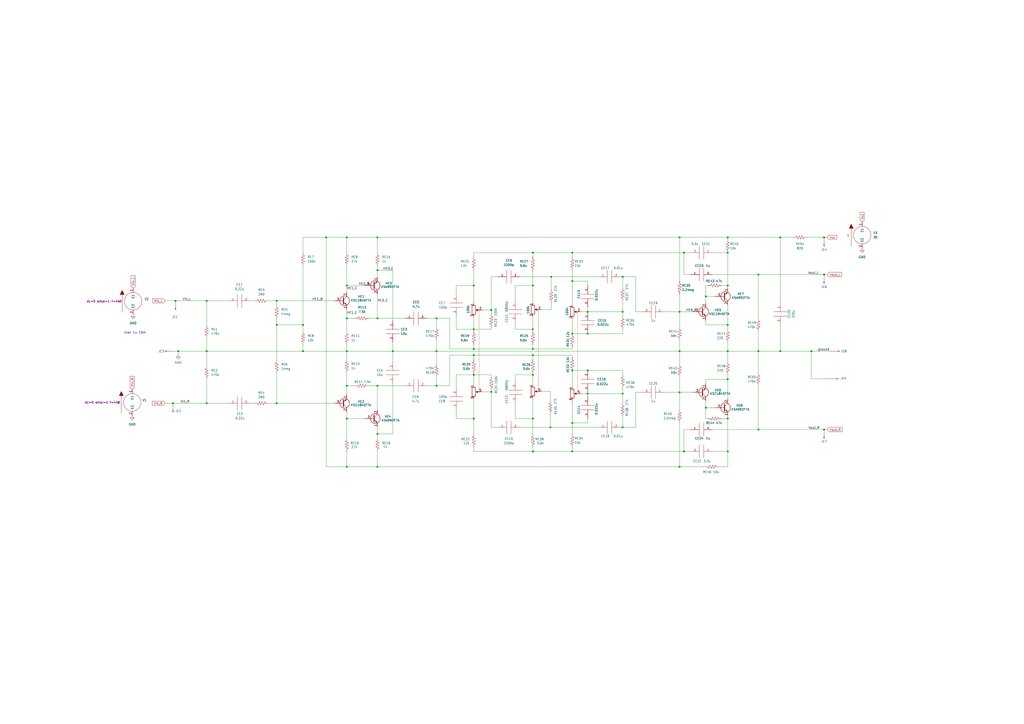
<source format=kicad_sch>
(kicad_sch (version 20211123) (generator eeschema)
  (paper "A2")
  (junction (at 478.028 249.174))
  (junction (at 201.168 184.658))
  (junction (at 422.148 203.708))
  (junction (at 309.118 261.874))
  (junction (at 218.948 270.764))
  (junction (at 274.828 205.994))
  (junction (at 340.868 228.346))
  (junction (at 340.868 180.848))
  (junction (at 201.168 203.708))
  (junction (at 422.148 165.608))
  (junction (at 218.948 156.718))
  (junction (at 160.528 188.468))
  (junction (at 478.028 137.668))
  (junction (at 394.208 137.668))
  (junction (at 189.23 137.668))
  (junction (at 309.118 205.994))
  (junction (at 340.868 193.548))
  (junction (at 331.978 214.884))
  (junction (at 319.278 247.904))
  (junction (at 331.978 163.068))
  (junction (at 452.628 203.708))
  (junction (at 227.838 203.708))
  (junction (at 201.168 137.668))
  (junction (at 340.868 214.884))
  (junction (at 361.188 160.528))
  (junction (at 119.888 203.708))
  (junction (at 218.948 251.714))
  (junction (at 409.448 236.474))
  (junction (at 394.208 227.584))
  (junction (at 274.828 202.438))
  (junction (at 274.828 217.424))
  (junction (at 309.118 242.824))
  (junction (at 284.988 179.832))
  (junction (at 422.148 261.874))
  (junction (at 218.948 184.658))
  (junction (at 309.118 165.608))
  (junction (at 361.188 180.848))
  (junction (at 319.786 160.528))
  (junction (at 422.148 242.824))
  (junction (at 119.888 233.934))
  (junction (at 331.978 245.364))
  (junction (at 331.978 193.548))
  (junction (at 409.448 171.958))
  (junction (at 394.208 203.708))
  (junction (at 394.208 180.848))
  (junction (at 101.854 174.498))
  (junction (at 331.978 261.874))
  (junction (at 218.948 137.668))
  (junction (at 309.118 191.008))
  (junction (at 175.768 188.468))
  (junction (at 274.828 191.008))
  (junction (at 284.988 227.33))
  (junction (at 201.168 242.824))
  (junction (at 119.888 174.498))
  (junction (at 422.148 137.668))
  (junction (at 361.188 228.346))
  (junction (at 396.748 261.874))
  (junction (at 394.208 270.764))
  (junction (at 274.828 242.824))
  (junction (at 422.148 146.558))
  (junction (at 309.118 202.438))
  (junction (at 478.028 159.258))
  (junction (at 253.238 223.774))
  (junction (at 422.148 219.964))
  (junction (at 103.378 203.708))
  (junction (at 253.238 184.658))
  (junction (at 175.768 203.708))
  (junction (at 100.33 233.934))
  (junction (at 361.188 247.904))
  (junction (at 439.928 249.174))
  (junction (at 309.118 217.424))
  (junction (at 331.978 146.558))
  (junction (at 201.168 270.764))
  (junction (at 274.828 165.608))
  (junction (at 439.928 203.708))
  (junction (at 201.168 165.608))
  (junction (at 160.528 174.498))
  (junction (at 160.528 233.934))
  (junction (at 309.118 146.558))
  (junction (at 201.168 223.774))
  (junction (at 439.928 159.258))
  (junction (at 218.948 223.774))
  (junction (at 422.148 188.468))
  (junction (at 452.628 137.668))
  (junction (at 470.662 203.708))
  (junction (at 253.238 203.708))
  (junction (at 396.748 146.558))
  (wire (pts (xy 218.948 156.718) (xy 218.948 160.528)))
  (wire (pts (xy 331.978 146.558) (xy 396.748 146.558)))
  (wire (pts (xy 274.828 146.558) (xy 274.828 149.098)))
  (wire (pts (xy 274.828 217.424) (xy 264.668 217.424)))
  (wire (pts (xy 274.828 216.154) (xy 274.828 217.424)))
  (wire (pts (xy 340.868 214.884) (xy 361.188 214.884)))
  (wire (pts (xy 319.786 175.514) (xy 319.786 179.578)))
  (wire (pts (xy 331.978 261.874) (xy 396.748 261.874)))
  (wire (pts (xy 422.148 219.964) (xy 422.148 217.424)))
  (wire (pts (xy 147.828 233.934) (xy 145.288 233.934)))
  (wire (pts (xy 331.978 163.068) (xy 340.868 163.068)))
  (wire (pts (xy 201.168 165.608) (xy 211.328 165.608)))
  (wire (pts (xy 189.23 270.764) (xy 201.168 270.764)))
  (wire (pts (xy 439.928 159.258) (xy 478.028 159.258)))
  (wire (pts (xy 218.948 137.668) (xy 394.208 137.668)))
  (wire (pts (xy 331.978 251.714) (xy 331.978 245.364)))
  (wire (pts (xy 227.838 198.628) (xy 227.838 203.708)))
  (wire (pts (xy 439.928 159.258) (xy 439.928 184.658)))
  (wire (pts (xy 227.838 156.718) (xy 218.948 156.718)))
  (wire (pts (xy 201.168 223.774) (xy 206.248 223.774)))
  (wire (pts (xy 359.918 247.904) (xy 361.188 247.904)))
  (wire (pts (xy 309.118 146.558) (xy 309.118 149.098)))
  (wire (pts (xy 309.118 261.874) (xy 309.118 259.334)))
  (wire (pts (xy 247.65 223.774) (xy 253.238 223.774)))
  (wire (pts (xy 410.718 242.824) (xy 409.448 242.824)))
  (wire (pts (xy 119.888 233.934) (xy 132.588 233.934)))
  (wire (pts (xy 452.628 203.708) (xy 470.662 203.708)))
  (wire (pts (xy 422.148 209.804) (xy 422.148 203.708)))
  (wire (pts (xy 319.278 232.41) (xy 319.278 227.076)))
  (wire (pts (xy 394.208 170.688) (xy 394.208 180.848)))
  (wire (pts (xy 394.208 227.584) (xy 401.828 227.584)))
  (wire (pts (xy 227.838 251.714) (xy 218.948 251.714)))
  (wire (pts (xy 284.988 218.694) (xy 284.988 217.424)))
  (wire (pts (xy 422.148 165.608) (xy 422.148 166.878)))
  (wire (pts (xy 103.378 203.708) (xy 119.888 203.708)))
  (wire (pts (xy 218.948 251.714) (xy 218.948 247.904)))
  (wire (pts (xy 361.188 191.008) (xy 361.188 193.548)))
  (wire (pts (xy 101.854 174.498) (xy 119.888 174.498)))
  (wire (pts (xy 394.208 227.584) (xy 394.208 218.694)))
  (wire (pts (xy 253.238 197.358) (xy 253.238 203.708)))
  (wire (pts (xy 100.838 203.708) (xy 103.378 203.708)))
  (wire (pts (xy 452.628 137.668) (xy 460.248 137.668)))
  (wire (pts (xy 274.828 242.824) (xy 274.828 231.14)))
  (wire (pts (xy 361.188 228.346) (xy 361.188 233.934)))
  (wire (pts (xy 394.208 180.848) (xy 401.828 180.848)))
  (wire (pts (xy 361.188 160.528) (xy 368.808 160.528)))
  (wire (pts (xy 361.188 180.848) (xy 361.188 183.388)))
  (wire (pts (xy 274.828 191.008) (xy 284.988 191.008)))
  (wire (pts (xy 309.118 191.008) (xy 309.118 183.388)))
  (wire (pts (xy 284.988 189.738) (xy 284.988 191.008)))
  (wire (pts (xy 309.118 251.714) (xy 309.118 242.824)))
  (wire (pts (xy 309.118 199.898) (xy 309.118 202.438)))
  (wire (pts (xy 359.918 160.528) (xy 361.188 160.528)))
  (wire (pts (xy 298.958 165.608) (xy 309.118 165.608)))
  (wire (pts (xy 361.188 225.044) (xy 361.188 228.346)))
  (wire (pts (xy 319.786 179.578) (xy 314.198 179.578)))
  (wire (pts (xy 175.768 199.898) (xy 175.768 203.708)))
  (wire (pts (xy 274.828 205.994) (xy 309.118 205.994)))
  (wire (pts (xy 414.528 171.958) (xy 409.448 171.958)))
  (wire (pts (xy 218.948 223.774) (xy 234.95 223.774)))
  (wire (pts (xy 340.868 178.308) (xy 340.868 180.848)))
  (wire (pts (xy 274.828 251.714) (xy 274.828 242.824)))
  (wire (pts (xy 422.148 261.874) (xy 422.148 242.824)))
  (wire (pts (xy 253.238 203.708) (xy 394.208 203.708)))
  (wire (pts (xy 201.168 228.854) (xy 201.168 223.774)))
  (wire (pts (xy 422.148 137.668) (xy 422.148 138.938)))
  (wire (pts (xy 218.948 184.658) (xy 234.95 184.658)))
  (wire (pts (xy 160.528 184.658) (xy 160.528 188.468)))
  (wire (pts (xy 422.148 198.628) (xy 422.148 203.708)))
  (wire (pts (xy 279.908 227.33) (xy 284.988 227.33)))
  (wire (pts (xy 264.668 183.388) (xy 264.668 191.008)))
  (wire (pts (xy 160.528 216.408) (xy 160.528 233.934)))
  (wire (pts (xy 418.338 165.608) (xy 422.148 165.608)))
  (wire (pts (xy 119.888 233.934) (xy 119.888 219.964)))
  (wire (pts (xy 274.828 192.278) (xy 274.828 191.008)))
  (wire (pts (xy 284.988 160.528) (xy 288.798 160.528)))
  (wire (pts (xy 218.948 137.668) (xy 218.948 146.558)))
  (wire (pts (xy 372.618 227.584) (xy 368.808 227.584)))
  (wire (pts (xy 160.528 174.498) (xy 193.548 174.498)))
  (wire (pts (xy 175.768 137.668) (xy 175.768 146.558)))
  (wire (pts (xy 331.978 156.718) (xy 331.978 163.068)))
  (wire (pts (xy 253.238 184.658) (xy 260.858 184.658)))
  (wire (pts (xy 479.806 249.174) (xy 478.028 249.174)))
  (wire (pts (xy 319.786 160.528) (xy 319.786 167.894)))
  (wire (pts (xy 201.168 137.668) (xy 201.168 146.558)))
  (wire (pts (xy 361.188 241.554) (xy 361.188 247.904)))
  (wire (pts (xy 298.958 233.934) (xy 298.958 242.824)))
  (wire (pts (xy 260.858 184.658) (xy 260.858 202.438)))
  (wire (pts (xy 119.888 203.708) (xy 119.888 212.344)))
  (wire (pts (xy 422.148 203.708) (xy 439.928 203.708)))
  (wire (pts (xy 227.838 185.928) (xy 227.838 156.718)))
  (wire (pts (xy 274.828 146.558) (xy 309.118 146.558)))
  (wire (pts (xy 396.748 261.874) (xy 400.558 261.874)))
  (wire (pts (xy 409.448 188.468) (xy 422.148 188.468)))
  (wire (pts (xy 264.668 165.608) (xy 274.828 165.608)))
  (wire (pts (xy 470.662 219.71) (xy 470.662 203.708)))
  (wire (pts (xy 119.888 174.498) (xy 132.588 174.498)))
  (wire (pts (xy 264.668 237.744) (xy 264.668 242.824)))
  (wire (pts (xy 394.208 270.764) (xy 409.194 270.764)))
  (wire (pts (xy 274.828 202.438) (xy 309.118 202.438)))
  (wire (pts (xy 119.888 196.088) (xy 119.888 203.708)))
  (wire (pts (xy 201.168 270.764) (xy 218.948 270.764)))
  (wire (pts (xy 284.988 226.314) (xy 284.988 227.33)))
  (wire (pts (xy 218.948 237.744) (xy 218.948 223.774)))
  (wire (pts (xy 201.168 154.178) (xy 201.168 165.608)))
  (wire (pts (xy 201.168 203.708) (xy 227.838 203.708)))
  (wire (pts (xy 201.168 242.824) (xy 201.168 239.014)))
  (wire (pts (xy 309.118 175.768) (xy 309.118 165.608)))
  (wire (pts (xy 264.668 225.044) (xy 264.668 217.424)))
  (wire (pts (xy 274.828 261.874) (xy 309.118 261.874)))
  (wire (pts (xy 478.028 137.668) (xy 479.806 137.668)))
  (wire (pts (xy 119.888 203.708) (xy 175.768 203.708)))
  (wire (pts (xy 260.858 223.774) (xy 260.858 205.994)))
  (wire (pts (xy 309.118 205.994) (xy 331.978 205.994)))
  (wire (pts (xy 396.748 146.558) (xy 396.748 159.258)))
  (wire (pts (xy 422.148 242.824) (xy 422.148 241.554)))
  (wire (pts (xy 260.858 205.994) (xy 274.828 205.994)))
  (wire (pts (xy 319.278 227.076) (xy 314.198 227.076)))
  (wire (pts (xy 413.258 159.258) (xy 439.928 159.258)))
  (wire (pts (xy 201.168 137.668) (xy 218.948 137.668)))
  (wire (pts (xy 409.448 171.958) (xy 409.448 175.768)))
  (wire (pts (xy 422.148 231.394) (xy 422.148 219.964)))
  (wire (pts (xy 189.23 137.668) (xy 189.23 270.764)))
  (wire (pts (xy 422.148 137.668) (xy 452.628 137.668)))
  (wire (pts (xy 340.868 228.346) (xy 340.868 227.584)))
  (wire (pts (xy 422.148 261.874) (xy 422.148 270.764)))
  (wire (pts (xy 274.828 176.022) (xy 274.828 165.608)))
  (wire (pts (xy 439.928 249.174) (xy 478.028 249.174)))
  (wire (pts (xy 274.828 205.994) (xy 274.828 208.534)))
  (wire (pts (xy 368.808 180.848) (xy 368.808 160.528)))
  (wire (pts (xy 331.978 201.168) (xy 331.978 202.438)))
  (wire (pts (xy 396.748 146.558) (xy 400.558 146.558)))
  (wire (pts (xy 418.338 242.824) (xy 422.148 242.824)))
  (wire (pts (xy 309.118 202.438) (xy 331.978 202.438)))
  (wire (pts (xy 409.448 222.504) (xy 409.448 219.964)))
  (wire (pts (xy 201.168 199.898) (xy 201.168 203.708)))
  (wire (pts (xy 260.858 202.438) (xy 274.828 202.438)))
  (wire (pts (xy 189.23 137.668) (xy 201.168 137.668)))
  (wire (pts (xy 175.768 137.668) (xy 189.23 137.668)))
  (wire (pts (xy 409.448 242.824) (xy 409.448 236.474)))
  (wire (pts (xy 413.258 146.558) (xy 422.148 146.558)))
  (wire (pts (xy 253.238 211.074) (xy 253.238 203.708)))
  (wire (pts (xy 309.118 156.718) (xy 309.118 165.608)))
  (wire (pts (xy 372.618 180.848) (xy 368.808 180.848)))
  (wire (pts (xy 309.118 242.824) (xy 309.118 230.886)))
  (wire (pts (xy 396.748 249.174) (xy 400.558 249.174)))
  (wire (pts (xy 201.168 165.608) (xy 201.168 169.418)))
  (wire (pts (xy 409.448 165.608) (xy 409.448 171.958)))
  (wire (pts (xy 309.118 216.154) (xy 309.118 217.424)))
  (wire (pts (xy 422.148 146.558) (xy 422.148 165.608)))
  (wire (pts (xy 274.828 191.008) (xy 274.828 183.642)))
  (wire (pts (xy 309.118 261.874) (xy 331.978 261.874)))
  (wire (pts (xy 253.238 184.658) (xy 253.238 189.738)))
  (wire (pts (xy 452.628 137.668) (xy 452.628 175.768)))
  (wire (pts (xy 218.948 270.764) (xy 394.208 270.764)))
  (wire (pts (xy 331.978 214.884) (xy 340.868 214.884)))
  (wire (pts (xy 279.908 179.832) (xy 284.988 179.832)))
  (wire (pts (xy 409.448 185.928) (xy 409.448 188.468)))
  (wire (pts (xy 160.528 177.038) (xy 160.528 174.498)))
  (wire (pts (xy 361.188 217.424) (xy 361.188 214.884)))
  (wire (pts (xy 409.448 236.474) (xy 409.448 232.664)))
  (wire (pts (xy 213.868 184.658) (xy 218.948 184.658)))
  (wire (pts (xy 274.828 199.898) (xy 274.828 202.438)))
  (wire (pts (xy 309.118 217.424) (xy 298.958 217.424)))
  (wire (pts (xy 155.448 174.498) (xy 160.528 174.498)))
  (wire (pts (xy 439.928 203.708) (xy 452.628 203.708)))
  (wire (pts (xy 410.718 165.608) (xy 409.448 165.608)))
  (wire (pts (xy 331.978 245.364) (xy 340.868 245.364)))
  (wire (pts (xy 331.978 177.038) (xy 331.978 163.068)))
  (wire (pts (xy 301.498 247.904) (xy 319.278 247.904)))
  (wire (pts (xy 301.498 160.528) (xy 319.786 160.528)))
  (wire (pts (xy 160.528 188.468) (xy 160.528 208.788)))
  (wire (pts (xy 385.318 227.584) (xy 394.208 227.584)))
  (wire (pts (xy 470.662 203.708) (xy 481.838 203.708)))
  (wire (pts (xy 439.928 203.708) (xy 439.928 216.154)))
  (wire (pts (xy 309.118 205.994) (xy 309.118 208.534)))
  (wire (pts (xy 201.168 179.578) (xy 201.168 184.658)))
  (wire (pts (xy 396.748 261.874) (xy 396.748 249.174)))
  (wire (pts (xy 422.148 177.038) (xy 422.148 188.468)))
  (wire (pts (xy 274.828 261.874) (xy 274.828 259.334)))
  (wire (pts (xy 227.838 203.708) (xy 227.838 209.804)))
  (wire (pts (xy 201.168 208.534) (xy 201.168 203.708)))
  (wire (pts (xy 467.868 137.668) (xy 478.028 137.668)))
  (wire (pts (xy 253.238 223.774) (xy 260.858 223.774)))
  (wire (pts (xy 201.168 223.774) (xy 201.168 216.154)))
  (wire (pts (xy 274.828 191.008) (xy 264.668 191.008)))
  (wire (pts (xy 394.208 237.744) (xy 394.208 227.584)))
  (wire (pts (xy 218.948 270.764) (xy 218.948 261.874)))
  (wire (pts (xy 218.948 170.688) (xy 218.948 184.658)))
  (wire (pts (xy 452.628 188.468) (xy 452.628 203.708)))
  (wire (pts (xy 340.868 245.364) (xy 340.868 242.824)))
  (wire (pts (xy 147.828 174.498) (xy 145.288 174.498)))
  (wire (pts (xy 100.33 233.934) (xy 119.888 233.934)))
  (wire (pts (xy 175.768 192.278) (xy 175.768 188.468)))
  (wire (pts (xy 218.948 254.254) (xy 218.948 251.714)))
  (wire (pts (xy 201.168 184.658) (xy 201.168 192.278)))
  (wire (pts (xy 309.118 146.558) (xy 331.978 146.558)))
  (wire (pts (xy 95.758 174.498) (xy 101.854 174.498)))
  (wire (pts (xy 247.65 184.658) (xy 253.238 184.658)))
  (wire (pts (xy 264.668 170.688) (xy 264.668 165.608)))
  (wire (pts (xy 309.118 217.424) (xy 309.118 223.266)))
  (wire (pts (xy 309.118 192.278) (xy 309.118 191.008)))
  (wire (pts (xy 422.148 188.468) (xy 422.148 191.008)))
  (wire (pts (xy 361.188 247.904) (xy 368.808 247.904)))
  (wire (pts (xy 284.988 247.904) (xy 288.798 247.904)))
  (wire (pts (xy 394.208 270.764) (xy 394.208 245.364)))
  (wire (pts (xy 331.978 224.536) (xy 331.978 214.884)))
  (wire (pts (xy 274.828 156.718) (xy 274.828 165.608)))
  (wire (pts (xy 340.868 230.124) (xy 340.868 228.346)))
  (wire (pts (xy 479.806 159.258) (xy 478.028 159.258)))
  (wire (pts (xy 340.868 180.848) (xy 361.188 180.848)))
  (wire (pts (xy 298.958 187.198) (xy 298.958 191.008)))
  (wire (pts (xy 319.278 247.904) (xy 347.218 247.904)))
  (wire (pts (xy 394.208 180.848) (xy 394.208 189.738)))
  (wire (pts (xy 274.828 217.424) (xy 284.988 217.424)))
  (wire (pts (xy 95.758 233.934) (xy 100.33 233.934)))
  (wire (pts (xy 201.168 242.824) (xy 211.328 242.824)))
  (wire (pts (xy 298.958 174.498) (xy 298.958 165.608)))
  (wire (pts (xy 413.258 261.874) (xy 422.148 261.874)))
  (wire (pts (xy 298.958 221.234) (xy 298.958 217.424)))
  (wire (pts (xy 319.278 240.03) (xy 319.278 247.904)))
  (wire (pts (xy 119.888 174.498) (xy 119.888 188.468)))
  (wire (pts (xy 331.978 146.558) (xy 331.978 149.098)))
  (wire (pts (xy 213.868 223.774) (xy 218.948 223.774)))
  (wire (pts (xy 394.208 203.708) (xy 422.148 203.708)))
  (wire (pts (xy 264.668 242.824) (xy 274.828 242.824)))
  (wire (pts (xy 409.448 219.964) (xy 422.148 219.964)))
  (wire (pts (xy 340.868 193.548) (xy 361.188 193.548)))
  (wire (pts (xy 413.258 249.174) (xy 439.928 249.174)))
  (wire (pts (xy 481.076 219.71) (xy 470.662 219.71)))
  (wire (pts (xy 396.748 159.258) (xy 400.558 159.258)))
  (wire (pts (xy 201.168 254.254) (xy 201.168 242.824)))
  (wire (pts (xy 439.928 249.174) (xy 439.928 223.774)))
  (wire (pts (xy 331.978 193.548) (xy 340.868 193.548)))
  (wire (pts (xy 227.838 222.504) (xy 227.838 251.714)))
  (wire (pts (xy 298.958 242.824) (xy 309.118 242.824)))
  (wire (pts (xy 394.208 197.358) (xy 394.208 203.708)))
  (wire (pts (xy 160.528 233.934) (xy 193.548 233.934)))
  (wire (pts (xy 155.448 233.934) (xy 160.528 233.934)))
  (wire (pts (xy 284.988 160.528) (xy 284.988 179.832)))
  (wire (pts (xy 160.528 188.468) (xy 175.768 188.468)))
  (wire (pts (xy 201.168 261.874) (xy 201.168 270.764)))
  (wire (pts (xy 319.786 160.528) (xy 347.218 160.528)))
  (wire (pts (xy 103.378 205.74) (xy 103.378 203.708)))
  (wire (pts (xy 414.528 236.474) (xy 409.448 236.474)))
  (wire (pts (xy 361.188 174.498) (xy 361.188 180.848)))
  (wire (pts (xy 253.238 223.774) (xy 253.238 218.694)))
  (wire (pts (xy 340.868 163.068) (xy 340.868 165.608)))
  (wire (pts (xy 416.814 270.764) (xy 422.148 270.764)))
  (wire (pts (xy 394.208 137.668) (xy 422.148 137.668)))
  (wire (pts (xy 331.978 205.994) (xy 331.978 207.264)))
  (wire (pts (xy 227.838 203.708) (xy 253.238 203.708)))
  (wire (pts (xy 394.208 203.708) (xy 394.208 211.074)))
  (wire (pts (xy 394.208 137.668) (xy 394.208 163.068)))
  (wire (pts (xy 368.808 227.584) (xy 368.808 247.904)))
  (wire (pts (xy 439.928 192.278) (xy 439.928 203.708)))
  (wire (pts (xy 331.978 261.874) (xy 331.978 259.334)))
  (wire (pts (xy 175.768 203.708) (xy 201.168 203.708)))
  (wire (pts (xy 309.118 191.008) (xy 298.958 191.008)))
  (wire (pts (xy 385.318 180.848) (xy 394.208 180.848)))
  (wire (pts (xy 337.058 228.346) (xy 340.868 228.346)))
  (wire (pts (xy 331.978 232.156) (xy 331.978 245.364)))
  (wire (pts (xy 331.978 184.658) (xy 331.978 193.548)))
  (wire (pts (xy 340.868 228.346) (xy 361.188 228.346)))
  (wire (pts (xy 337.058 180.848) (xy 340.868 180.848)))
  (wire (pts (xy 201.168 184.658) (xy 206.248 184.658)))
  (wire (pts (xy 284.988 179.832) (xy 284.988 182.118)))
  (wire (pts (xy 274.828 223.52) (xy 274.828 217.424)))
  (wire (pts (xy 218.948 154.178) (xy 218.948 156.718)))
  (wire (pts (xy 284.988 227.33) (xy 284.988 247.904)))
  (wire (pts (xy 361.188 166.878) (xy 361.188 160.528)))
  (wire (pts (xy 175.768 154.178) (xy 175.768 188.468)))
  (text ".tran 1u 15m" (at 71.628 193.802 0) (effects (font (size 1.27 1.27)) (justify left bottom)))
  (label "HE1_C" (at 201.168 168.148 0))
  (label "HE1_B" (at 181.102 174.498 0))
  (label "HE3_C" (at 218.948 175.26 0))
  (label "HE5_B" (at 398.018 180.848 0))
  (label "HE1_E" (at 201.168 182.372 0))
  (label "HE3_E" (at 222.25 156.718 0))
  (label "Vin_R" (at 104.648 233.934 0))
  (label "Vout_L" (at 468.63 159.258 0))
  (label "Vout_R" (at 468.884 249.174 0))
  (label "HE3_B" (at 208.026 165.608 0))
  (label "ground" (at 474.472 203.708 0))
  (label "Vin_L" (at 105.918 174.498 0))
  (global_label "Vin_L" (shape input) (at 95.758 174.498 180) (property "Intersheet References" "${INTERSHEET_REFS}" (effects hide)))
  (global_label "Vcc" (shape input) (at 479.806 137.668 0) (property "Intersheet References" "${INTERSHEET_REFS}" (effects hide)))
  (global_label "Vcc" (shape input) (at 500.126 128.778 90) (property "Intersheet References" "${INTERSHEET_REFS}" (effects hide)))
  (global_label "Vout_L" (shape input) (at 479.806 159.258 0) (property "Intersheet References" "${INTERSHEET_REFS}" (effects hide)))
  (global_label "Vin_R" (shape input) (at 76.708 225.806 90) (property "Intersheet References" "${INTERSHEET_REFS}" (effects hide)))
  (global_label "Vin_L" (shape input) (at 77.216 167.132 90) (property "Intersheet References" "${INTERSHEET_REFS}" (effects hide)))
  (global_label "Vout_R" (shape input) (at 479.806 249.174 0) (property "Intersheet References" "${INTERSHEET_REFS}" (effects hide)))
  (global_label "Vin_R" (shape input) (at 95.758 233.934 180) (property "Intersheet References" "${INTERSHEET_REFS}" (effects hide)))
  (symbol (lib_id "Device:R_US") (at 175.768 150.368 180) (unit 1)
    (property "Reference" "RE7" (at 178.308 149.0979 0) (effects (justify right)))
    (property "Value" "100k" (at 178.308 151.6379 0) (effects (justify right)))
    (property "Footprint" "Resistor_THT:R_Axial_DIN0309_L9.0mm_D3.2mm_P12.70mm_Horizontal" (effects hide))
  )
  (symbol (lib_id "pspice:VSOURCE") (at 500.126 136.398 0) (unit 1)
    (property "Reference" "V3" (at 506.476 135.1279 0) (effects (justify left)))
    (property "Value" "35" (at 506.476 137.6679 0) (effects (justify left)))
  )
  (symbol (lib_id "Device:R_US") (at 414.528 165.608 90) (unit 1)
    (property "Reference" "RE43" (at 411.988 163.068 90))
    (property "Value" "47k" (at 417.068 163.068 90))
    (property "Footprint" "Resistor_THT:R_Axial_DIN0309_L9.0mm_D3.2mm_P12.70mm_Horizontal" (effects hide))
  )
  (symbol (lib_id "power:GND") (at 76.708 241.046 0) (unit 1)
    (property "Reference" "#PWR01" (effects hide))
    (property "Value" "GND" (at 76.708 246.126 0))
  )
  (symbol (lib_id "Device:R_US") (at 119.888 192.278 180) (unit 1)
    (property "Reference" "RE1" (at 122.428 191.0079 0) (effects (justify right)))
    (property "Value" "470k" (at 122.428 193.5479 0) (effects (justify right)))
    (property "Footprint" "Resistor_THT:R_Axial_DIN0309_L9.0mm_D3.2mm_P12.70mm_Horizontal" (effects hide))
  )
  (symbol (lib_id "Device:R_US") (at 284.988 185.928 180) (unit 1)
    (property "Reference" "RE23" (at 287.528 189.738 90) (effects (justify right)))
    (property "Value" "150k" (at 287.528 183.388 90) (effects (justify right)))
    (property "Footprint" "Resistor_THT:R_Axial_DIN0309_L9.0mm_D3.2mm_P12.70mm_Horizontal" (effects hide))
  )
  (symbol (lib_id "pspice:CAP") (at 264.668 177.038 0) (unit 1)
    (property "Reference" "CE7" (at 254.508 175.768 0) (effects (justify left)))
    (property "Value" "100p" (at 254.508 178.308 0) (effects (justify left)))
    (property "Footprint" "Capacitor_THT:C_Disc_D7.0mm_W2.5mm_P5.00mm" (effects hide))
  )
  (symbol (lib_id "Device:R_US") (at 175.768 196.088 180) (unit 1)
    (property "Reference" "RE8" (at 178.308 194.8179 0) (effects (justify right)))
    (property "Value" "10k" (at 178.308 197.3579 0) (effects (justify right)))
    (property "Footprint" "Resistor_THT:R_Axial_DIN0309_L9.0mm_D3.2mm_P12.70mm_Horizontal" (effects hide))
  )
  (symbol (lib_id "Device:R_US") (at 151.638 233.934 90) (mirror x) (unit 1)
    (property "Reference" "RE4" (at 151.638 227.838 90))
    (property "Value" "390" (at 151.638 230.378 90))
    (property "Footprint" "Resistor_THT:R_Axial_DIN0309_L9.0mm_D3.2mm_P12.70mm_Horizontal" (effects hide))
  )
  (symbol (lib_id "power:GND") (at 103.378 205.74 0) (unit 1)
    (property "Reference" "#PWR?" (effects hide))
    (property "Value" "GND" (at 103.378 210.312 0))
  )
  (symbol (lib_id "power:GND") (at 500.126 144.018 0) (unit 1)
    (property "Reference" "#PWR03" (effects hide))
    (property "Value" "GND" (at 500.126 149.098 0))
  )
  (symbol (lib_id "Device:R_US") (at 394.208 241.554 180) (unit 1)
    (property "Reference" "RE40" (at 384.81 240.03 0) (effects (justify right)))
    (property "Value" "2.2meg" (at 384.81 242.57 0) (effects (justify right)))
    (property "Footprint" "Resistor_THT:R_Axial_DIN0309_L9.0mm_D3.2mm_P12.70mm_Horizontal" (effects hide))
  )
  (symbol (lib_id "Transistor_BJT:2SA1015") (at 216.408 165.608 0) (mirror x) (unit 1)
    (property "Reference" "HE3" (at 223.52 164.338 0) (effects (justify left)))
    (property "Value" "KSA992FTA" (at 220.98 166.3701 0) (effects (justify left)))
    (property "Footprint" "Package_TO_SOT_THT:TO-92_Inline" (effects hide))
    (property "Datasheet" "http://www.datasheetcatalog.org/datasheet/toshiba/905.pdf" (effects hide))
    (property "Spice_Primitive" "Q" (effects hide))
    (property "Spice_Model" "KSA992" (effects hide))
    (property "Spice_Netlist_Enabled" "Y" (effects hide))
    (property "Spice_Lib_File" "PE01.lib" (effects hide))
    (property "Spice_Node_Sequence" "2 3 1" (effects hide))
  )
  (symbol (lib_id "pspice:CAP") (at 340.868 236.474 0) (mirror x) (unit 1)
    (property "Reference" "CE14" (at 335.788 235.204 90) (effects (justify left)))
    (property "Value" "0.022u" (at 345.948 233.934 90) (effects (justify left)))
    (property "Footprint" "Capacitor_THT:C_Rect_L10.0mm_W4.0mm_P7.50mm_FKS3_FKP3" (effects hide))
  )
  (symbol (lib_id "Device:R_US") (at 151.638 174.498 90) (unit 1)
    (property "Reference" "RE3" (at 151.638 168.148 90))
    (property "Value" "390" (at 151.638 170.688 90))
    (property "Footprint" "Resistor_THT:R_Axial_DIN0309_L9.0mm_D3.2mm_P12.70mm_Horizontal" (effects hide))
  )
  (symbol (lib_id "Device:R_US") (at 361.188 170.688 180) (unit 1)
    (property "Reference" "RE37" (at 363.728 174.498 90) (effects (justify right)))
    (property "Value" "27k" (at 363.728 168.148 90) (effects (justify right)))
    (property "Footprint" "Resistor_THT:R_Axial_DIN0309_L9.0mm_D3.2mm_P12.70mm_Horizontal" (effects hide))
  )
  (symbol (lib_id "Device:R_US") (at 394.208 214.884 180) (unit 1)
    (property "Reference" "RE42" (at 387.858 213.614 0) (effects (justify right)))
    (property "Value" "68k" (at 389.128 216.154 0) (effects (justify right)))
    (property "Footprint" "Resistor_THT:R_Axial_DIN0309_L9.0mm_D3.2mm_P12.70mm_Horizontal" (effects hide))
  )
  (symbol (lib_name "Conn_01x01_Male_5") (lib_id "Connector:Conn_01x01_Male") (at 95.758 203.708 0) (unit 1)
    (property "Reference" "JE3" (at 93.472 203.708 0))
    (property "Value" "Conn_01x01_Male" (effects hide))
    (property "Footprint" "Connector_Pin:Pin_D1.0mm_L10.0mm" (effects hide))
    (property "Spice_Primitive" "J" (effects hide))
    (property "Spice_Model" "Conn_01x01_Male" (effects hide))
    (property "Spice_Netlist_Enabled" "N" (effects hide))
  )
  (symbol (lib_id "Device:R_US") (at 201.168 258.064 0) (mirror y) (unit 1)
    (property "Reference" "RE10" (at 203.2 257.048 0) (effects (justify right)))
    (property "Value" "27k" (at 203.708 259.334 0) (effects (justify right)))
    (property "Footprint" "Resistor_THT:R_Axial_DIN0309_L9.0mm_D3.2mm_P12.70mm_Horizontal" (effects hide))
  )
  (symbol (lib_id "Device:R_US") (at 361.188 221.234 0) (mirror y) (unit 1)
    (property "Reference" "RE36" (at 363.22 221.996 0) (effects (justify right)))
    (property "Value" "470k" (at 363.22 224.536 0) (effects (justify right)))
    (property "Footprint" "Resistor_THT:R_Axial_DIN0309_L9.0mm_D3.2mm_P12.70mm_Horizontal" (effects hide))
  )
  (symbol (lib_id "pspice:CAP") (at 138.938 233.934 90) (mirror x) (unit 1)
    (property "Reference" "CE2" (at 139.192 240.03 90))
    (property "Value" "0.22u" (at 139.192 242.57 90))
    (property "Footprint" "Capacitor_THT:C_Rect_L16.5mm_W4.7mm_P15.00mm_MKT" (effects hide))
  )
  (symbol (lib_id "pspice:CAP") (at 353.568 247.904 90) (mirror x) (unit 1)
    (property "Reference" "CE18" (at 351.028 252.984 90))
    (property "Value" "0.01u" (at 358.648 252.984 90))
    (property "Footprint" "Capacitor_THT:C_Rect_L9.0mm_W3.2mm_P7.50mm_MKT" (effects hide))
  )
  (symbol (lib_id "pspice:CAP") (at 406.908 159.258 90) (unit 1)
    (property "Reference" "CE23" (at 405.638 154.178 90))
    (property "Value" "1u" (at 410.718 154.178 90))
    (property "Footprint" "Capacitor_THT:C_Radial_D6.3mm_H11.0mm_P3.50mm" (effects hide))
  )
  (symbol (lib_name "Conn_01x01_Male_1") (lib_id "Connector:Conn_01x01_Male") (at 486.918 203.708 180) (unit 1)
    (property "Reference" "JE8" (at 489.458 203.708 0))
    (property "Value" "Conn_01x01_Male" (effects hide))
    (property "Footprint" "Connector_Pin:Pin_D1.0mm_L10.0mm" (effects hide))
    (property "Spice_Primitive" "J" (effects hide))
    (property "Spice_Model" "Conn_01x01_Male" (effects hide))
    (property "Spice_Netlist_Enabled" "N" (effects hide))
  )
  (symbol (lib_id "pspice:CAP") (at 378.968 227.584 270) (unit 1)
    (property "Reference" "CE20" (at 378.968 222.504 90))
    (property "Value" "1u" (at 378.968 232.664 90))
    (property "Footprint" "Capacitor_THT:CP_Radial_D5.0mm_P2.50mm" (effects hide))
  )
  (symbol (lib_id "Transistor_BJT:2SC1941") (at 198.628 174.498 0) (unit 1)
    (property "Reference" "HE1" (at 207.518 171.958 0) (effects (justify left)))
    (property "Value" "KSC1845FTA" (at 203.454 174.244 0) (effects (justify left)))
    (property "Footprint" "Package_TO_SOT_THT:TO-92_Inline" (effects hide))
    (property "Datasheet" "http://rtellason.com/transdata/2sc1941.pdf" (effects hide))
    (property "Spice_Primitive" "Q" (effects hide))
    (property "Spice_Model" "KSC1845" (effects hide))
    (property "Spice_Netlist_Enabled" "Y" (effects hide))
    (property "Spice_Lib_File" "PE01.lib" (effects hide))
    (property "Spice_Node_Sequence" "2 3 1" (effects hide))
  )
  (symbol (lib_id "Device:R_US") (at 309.118 255.524 0) (mirror y) (unit 1)
    (property "Reference" "RE28" (at 310.388 254.762 0) (effects (justify right)))
    (property "Value" "5.6k" (at 311.404 257.048 0) (effects (justify right)))
    (property "Footprint" "Resistor_THT:R_Axial_DIN0309_L9.0mm_D3.2mm_P12.70mm_Horizontal" (effects hide))
  )
  (symbol (lib_id "Transistor_BJT:2SC1941") (at 406.908 227.584 0) (mirror x) (unit 1)
    (property "Reference" "HE6" (at 414.528 226.314 0) (effects (justify left)))
    (property "Value" "KSC1845FTA" (at 411.734 228.346 0) (effects (justify left)))
    (property "Footprint" "Package_TO_SOT_THT:TO-92_Inline" (effects hide))
    (property "Datasheet" "http://rtellason.com/transdata/2sc1941.pdf" (effects hide))
    (property "Spice_Primitive" "Q" (effects hide))
    (property "Spice_Model" "KSC1845" (effects hide))
    (property "Spice_Netlist_Enabled" "Y" (effects hide))
    (property "Spice_Lib_File" "PE01.lib" (effects hide))
    (property "Spice_Node_Sequence" "2 3 1" (effects hide))
  )
  (symbol (lib_id "Device:R_US") (at 309.118 196.088 180) (unit 1)
    (property "Reference" "RE25" (at 301.498 194.818 0) (effects (justify right)))
    (property "Value" "5.6k" (at 301.498 197.358 0) (effects (justify right)))
    (property "Footprint" "Resistor_THT:R_Axial_DIN0309_L9.0mm_D3.2mm_P12.70mm_Horizontal" (effects hide))
  )
  (symbol (lib_id "Device:R_US") (at 284.988 222.504 0) (mirror y) (unit 1)
    (property "Reference" "RE24" (at 287.782 223.266 90) (effects (justify right)))
    (property "Value" "150k" (at 287.782 217.932 90) (effects (justify right)))
    (property "Footprint" "Resistor_THT:R_Axial_DIN0309_L9.0mm_D3.2mm_P12.70mm_Horizontal" (effects hide))
  )
  (symbol (lib_id "pspice:CAP") (at 406.908 249.174 90) (mirror x) (unit 1)
    (property "Reference" "CE24" (at 405.638 254.254 90))
    (property "Value" "1u" (at 410.718 254.254 90))
    (property "Footprint" "Capacitor_THT:C_Radial_D6.3mm_H11.0mm_P2.50mm" (effects hide))
  )
  (symbol (lib_name "Potentiometer_Marantz_RM1014005_1") (lib_id "Device:Potentiometer_Marantz_RM1014005") (at 332.0189 205.8713 270) (unit 1)
    (property "Reference" "RE53" (effects hide))
    (property "Value" "100k" (at 328.93 183.134 0) (effects (justify right)))
    (property "Footprint" "Potentiometer_THT:Potentiometer_Marantz_RM0104005" (effects hide))
    (property "Spice_Primitive" "X" (effects hide))
    (property "Spice_Model" "POT_LINEAR_2GANG POT_VAL=100k SET=0.5" (effects hide))
    (property "Spice_Netlist_Enabled" "Y" (effects hide))
    (property "Spice_Lib_File" "PE01.lib" (effects hide))
  )
  (symbol (lib_id "Device:R_US") (at 119.888 216.154 0) (mirror y) (unit 1)
    (property "Reference" "RE2" (at 122.428 214.8839 0) (effects (justify right)))
    (property "Value" "470k" (at 122.428 217.4239 0) (effects (justify right)))
    (property "Footprint" "Resistor_THT:R_Axial_DIN0309_L9.0mm_D3.2mm_P12.70mm_Horizontal" (effects hide))
  )
  (symbol (lib_id "Device:R_US") (at 439.928 219.964 180) (unit 1)
    (property "Reference" "RE50" (at 433.578 218.694 0) (effects (justify right)))
    (property "Value" "470k" (at 433.578 221.234 0) (effects (justify right)))
    (property "Footprint" "Resistor_THT:R_Axial_DIN0309_L9.0mm_D3.2mm_P12.70mm_Horizontal" (effects hide))
  )
  (symbol (lib_id "power:GND") (at 77.216 182.372 0) (unit 1)
    (property "Reference" "#PWR02" (effects hide))
    (property "Value" "GND" (at 77.216 187.452 0))
  )
  (symbol (lib_id "pspice:CAP") (at 241.3 223.774 90) (mirror x) (unit 1)
    (property "Reference" "CE6" (at 241.046 230.124 90))
    (property "Value" "4.7u" (at 241.046 232.664 90))
    (property "Footprint" "Capacitor_THT:CP_Radial_D5.0mm_P2.50mm" (effects hide))
  )
  (symbol (lib_id "Device:R_US") (at 413.004 270.764 90) (mirror x) (unit 1)
    (property "Reference" "RE46" (at 407.67 273.812 90) (effects (justify right)))
    (property "Value" "10k" (at 413.512 273.812 90) (effects (justify right)))
    (property "Footprint" "Resistor_THT:R_Axial_DIN0309_L9.0mm_D3.2mm_P12.70mm_Horizontal" (effects hide))
  )
  (symbol (lib_id "pspice:CAP") (at 138.938 174.498 90) (unit 1)
    (property "Reference" "CE1" (at 138.938 165.1 90))
    (property "Value" "0.22u" (at 138.938 167.64 90))
    (property "Footprint" "Capacitor_THT:C_Rect_L16.5mm_W4.7mm_P15.00mm_MKT" (effects hide))
  )
  (symbol (lib_id "Device:R_US") (at 218.948 150.368 180) (unit 1)
    (property "Reference" "RE15" (at 221.488 149.0979 0) (effects (justify right)))
    (property "Value" "1k" (at 221.488 151.638 0) (effects (justify right)))
    (property "Footprint" "Resistor_THT:R_Axial_DIN0309_L9.0mm_D3.2mm_P12.70mm_Horizontal" (effects hide))
  )
  (symbol (lib_id "pspice:CAP") (at 295.148 247.904 90) (mirror x) (unit 1)
    (property "Reference" "CE10" (at 295.148 254.508 90))
    (property "Value" "2200p" (at 295.148 257.048 90))
    (property "Footprint" "Capacitor_THT:C_Rect_L7.2mm_W3.5mm_P5.00mm_FKS2_FKP2_MKS2_MKP2" (effects hide))
  )
  (symbol (lib_id "pspice:CAP") (at 340.868 221.234 0) (mirror x) (unit 1)
    (property "Reference" "CE16" (at 346.456 219.964 0) (effects (justify left)))
    (property "Value" "0.022u" (at 345.948 222.758 0) (effects (justify left)))
    (property "Footprint" "Capacitor_THT:C_Rect_L10.0mm_W4.0mm_P7.50mm_FKS3_FKP3" (effects hide))
  )
  (symbol (lib_id "pspice:CAP") (at 406.908 261.874 270) (mirror x) (unit 1)
    (property "Reference" "CE22" (at 404.368 267.462 90))
    (property "Value" "3.3u" (at 410.21 267.462 90))
    (property "Footprint" "Capacitor_THT:CP_Radial_D6.3mm_P2.50mm" (effects hide))
  )
  (symbol (lib_id "Device:R_US") (at 160.528 180.848 180) (unit 1)
    (property "Reference" "RE5" (at 163.068 179.5779 0) (effects (justify right)))
    (property "Value" "1meg" (at 163.068 182.1179 0) (effects (justify right)))
    (property "Footprint" "Resistor_THT:R_Axial_DIN0309_L9.0mm_D3.2mm_P5.08mm_Vertical" (effects hide))
  )
  (symbol (lib_id "pspice:CAP") (at 264.668 231.394 0) (mirror x) (unit 1)
    (property "Reference" "CE8" (at 254.508 232.664 0) (effects (justify left)))
    (property "Value" "100p" (at 254.508 230.124 0) (effects (justify left)))
    (property "Footprint" "Capacitor_THT:C_Disc_D7.0mm_W2.5mm_P5.00mm" (effects hide))
  )
  (symbol (lib_id "Device:R_US") (at 210.058 223.774 90) (mirror x) (unit 1)
    (property "Reference" "RE14" (at 208.026 221.488 90))
    (property "Value" "7.5k" (at 213.106 221.488 90))
    (property "Footprint" "Resistor_THT:R_Axial_DIN0309_L9.0mm_D3.2mm_P12.70mm_Horizontal" (effects hide))
  )
  (symbol (lib_id "Device:R_US") (at 274.828 212.344 0) (mirror y) (unit 1)
    (property "Reference" "RE20" (at 267.97 211.328 0) (effects (justify right)))
    (property "Value" "5.6k" (at 268.478 213.868 0) (effects (justify right)))
    (property "Footprint" "Resistor_THT:R_Axial_DIN0309_L9.0mm_D3.2mm_P12.70mm_Horizontal" (effects hide))
  )
  (symbol (lib_id "Device:R_US") (at 319.786 171.704 180) (unit 1)
    (property "Reference" "RE29" (at 322.326 175.514 90) (effects (justify right)))
    (property "Value" "27k" (at 322.326 169.164 90) (effects (justify right)))
    (property "Footprint" "Resistor_THT:R_Axial_DIN0309_L9.0mm_D3.2mm_P12.70mm_Horizontal" (effects hide))
  )
  (symbol (lib_id "Device:R_US") (at 274.828 152.908 180) (unit 1)
    (property "Reference" "RE21" (at 267.208 151.638 0) (effects (justify right)))
    (property "Value" "12k" (at 267.208 154.178 0) (effects (justify right)))
    (property "Footprint" "Resistor_THT:R_Axial_DIN0309_L9.0mm_D3.2mm_P12.70mm_Horizontal" (effects hide))
  )
  (symbol (lib_id "Device:R_US") (at 464.058 137.668 90) (unit 1)
    (property "Reference" "RE54" (at 464.058 141.478 90))
    (property "Value" "820" (at 464.058 144.018 90))
    (property "Footprint" "Resistor_THT:R_Axial_DIN0309_L9.0mm_D3.2mm_P12.70mm_Horizontal" (effects hide))
  )
  (symbol (lib_id "pspice:CAP") (at 298.958 180.848 0) (unit 1)
    (property "Reference" "CE11" (at 293.878 187.198 90) (effects (justify left)))
    (property "Value" "6800p" (at 293.878 180.848 90) (effects (justify left)))
    (property "Footprint" "Capacitor_THT:C_Rect_L7.2mm_W3.5mm_P5.00mm_FKS2_FKP2_MKS2_MKP2" (effects hide))
  )
  (symbol (lib_id "Device:R_US") (at 309.118 152.908 180) (unit 1)
    (property "Reference" "RE27" (at 301.498 151.638 0) (effects (justify right)))
    (property "Value" "5.6k" (at 301.498 154.178 0) (effects (justify right)))
    (property "Footprint" "Resistor_THT:R_Axial_DIN0309_L9.0mm_D3.2mm_P12.70mm_Horizontal" (effects hide))
  )
  (symbol (lib_id "Device:R_US") (at 331.978 197.358 180) (unit 1)
    (property "Reference" "RE31" (at 329.438 201.168 90) (effects (justify right)))
    (property "Value" "12k" (at 329.438 195.834 90) (effects (justify right)))
    (property "Footprint" "Resistor_THT:R_Axial_DIN0309_L9.0mm_D3.2mm_P12.70mm_Horizontal" (effects hide))
  )
  (symbol (lib_id "Device:R_US") (at 394.208 166.878 180) (unit 1)
    (property "Reference" "RE39" (at 395.478 165.608 0) (effects (justify right)))
    (property "Value" "2.2meg" (at 395.478 168.148 0) (effects (justify right)))
    (property "Footprint" "Resistor_THT:R_Axial_DIN0309_L9.0mm_D3.2mm_P12.70mm_Horizontal" (effects hide))
  )
  (symbol (lib_id "Device:R_US") (at 361.188 237.744 180) (unit 1)
    (property "Reference" "RE38" (at 363.728 241.554 90) (effects (justify right)))
    (property "Value" "27k" (at 363.728 235.204 90) (effects (justify right)))
    (property "Footprint" "Resistor_THT:R_Axial_DIN0309_L9.0mm_D3.2mm_P12.70mm_Horizontal" (effects hide))
  )
  (symbol (lib_id "Device:R_US") (at 201.168 196.088 180) (unit 1)
    (property "Reference" "RE11" (at 203.708 194.8179 0) (effects (justify right)))
    (property "Value" "1k" (at 203.708 197.3579 0) (effects (justify right)))
    (property "Footprint" "Resistor_THT:R_Axial_DIN0309_L9.0mm_D3.2mm_P20.32mm_Horizontal" (effects hide))
  )
  (symbol (lib_id "Device:R_US") (at 422.148 194.818 180) (unit 1)
    (property "Reference" "RE47" (at 415.798 193.548 0) (effects (justify right)))
    (property "Value" "220" (at 415.798 196.088 0) (effects (justify right)))
    (property "Footprint" "Resistor_THT:R_Axial_DIN0309_L9.0mm_D3.2mm_P12.70mm_Horizontal" (effects hide))
  )
  (symbol (lib_id "Transistor_BJT:2SA1015") (at 419.608 236.474 0) (unit 1)
    (property "Reference" "HE8" (at 426.974 235.204 0) (effects (justify left)))
    (property "Value" "KSA992FTA" (at 424.18 237.4901 0) (effects (justify left)))
    (property "Footprint" "Package_TO_SOT_THT:TO-92_Inline" (effects hide))
    (property "Datasheet" "http://www.datasheetcatalog.org/datasheet/toshiba/905.pdf" (effects hide))
    (property "Spice_Primitive" "Q" (effects hide))
    (property "Spice_Model" "KSA992" (effects hide))
    (property "Spice_Netlist_Enabled" "Y" (effects hide))
    (property "Spice_Lib_File" "PE01.lib" (effects hide))
    (property "Spice_Node_Sequence" "2 3 1" (effects hide))
  )
  (symbol (lib_id "Device:R_US") (at 274.828 255.524 0) (mirror y) (unit 1)
    (property "Reference" "RE22" (at 267.462 254.762 0) (effects (justify right)))
    (property "Value" "12k" (at 268.732 257.048 0) (effects (justify right)))
    (property "Footprint" "Resistor_THT:R_Axial_DIN0309_L9.0mm_D3.2mm_P12.70mm_Horizontal" (effects hide))
  )
  (symbol (lib_id "Device:R_US") (at 331.978 211.074 180) (unit 1)
    (property "Reference" "RE32" (at 329.438 216.154 90) (effects (justify right)))
    (property "Value" "12k" (at 329.438 210.566 90) (effects (justify right)))
    (property "Footprint" "Resistor_THT:R_Axial_DIN0309_L9.0mm_D3.2mm_P12.70mm_Horizontal" (effects hide))
  )
  (symbol (lib_id "Device:R_US") (at 394.208 193.548 180) (unit 1)
    (property "Reference" "RE41" (at 387.858 192.278 0) (effects (justify right)))
    (property "Value" "68k" (at 389.128 194.818 0) (effects (justify right)))
    (property "Footprint" "Resistor_THT:R_Axial_DIN0309_L9.0mm_D3.2mm_P12.70mm_Horizontal" (effects hide))
  )
  (symbol (lib_id "pspice:CAP") (at 227.838 216.154 0) (mirror x) (unit 1)
    (property "Reference" "CE4" (at 222.25 214.8839 0) (effects (justify right)))
    (property "Value" "10u" (at 222.25 217.4239 0) (effects (justify right)))
    (property "Footprint" "Capacitor_THT:CP_Radial_D6.3mm_P2.50mm" (effects hide))
  )
  (symbol (lib_id "Device:R_US") (at 253.238 214.884 0) (mirror y) (unit 1)
    (property "Reference" "RE18" (at 246.888 216.154 0) (effects (justify right)))
    (property "Value" "470k" (at 246.888 213.614 0) (effects (justify right)))
    (property "Footprint" "Resistor_THT:R_Axial_DIN0309_L9.0mm_D3.2mm_P12.70mm_Horizontal" (effects hide))
  )
  (symbol (lib_name "Conn_01x01_Male_6") (lib_id "Connector:Conn_01x01_Male") (at 101.854 179.578 90) (unit 1)
    (property "Reference" "JE1" (at 101.473 183.896 90))
    (property "Value" "Conn_01x01_Male" (effects hide))
    (property "Footprint" "Connector_Pin:Pin_D1.0mm_L10.0mm" (effects hide))
    (property "Spice_Primitive" "J" (effects hide))
    (property "Spice_Model" "Conn_01x01_Male" (effects hide))
    (property "Spice_Netlist_Enabled" "N" (effects hide))
  )
  (symbol (lib_id "Device:R_US") (at 319.278 236.22 0) (mirror y) (unit 1)
    (property "Reference" "RE30" (at 322.326 235.458 90) (effects (justify right)))
    (property "Value" "27k" (at 322.072 230.886 90) (effects (justify right)))
    (property "Footprint" "Resistor_THT:R_Axial_DIN0309_L9.0mm_D3.2mm_P12.70mm_Horizontal" (effects hide))
  )
  (symbol (lib_id "Device:R_US") (at 218.948 258.064 0) (mirror y) (unit 1)
    (property "Reference" "RE16" (at 221.488 257.048 0) (effects (justify right)))
    (property "Value" "1k" (at 222.25 259.08 0) (effects (justify right)))
    (property "Footprint" "Resistor_THT:R_Axial_DIN0309_L9.0mm_D3.2mm_P12.70mm_Horizontal" (effects hide))
  )
  (symbol (lib_id "Connector:Conn_01x01_Male") (at 478.028 254.254 90) (unit 1)
    (property "Reference" "JE7" (at 476.25 256.032 90) (effects (justify right)))
    (property "Value" "Conn_01x01_Male" (effects hide))
    (property "Footprint" "Connector_Pin:Pin_D1.0mm_L10.0mm" (effects hide))
    (property "Spice_Primitive" "J" (effects hide))
    (property "Spice_Model" "Conn_01x01_Male" (effects hide))
    (property "Spice_Netlist_Enabled" "N" (effects hide))
  )
  (symbol (lib_name "Conn_01x01_Male_2") (lib_id "Connector:Conn_01x01_Male") (at 486.156 219.71 180) (unit 1)
    (property "Reference" "JE5" (at 489.204 219.456 0))
    (property "Value" "Conn_01x01_Male" (effects hide))
    (property "Footprint" "Connector_Pin:Pin_D1.0mm_L10.0mm" (effects hide))
    (property "Spice_Primitive" "J" (effects hide))
    (property "Spice_Model" "Conn_01x01_Male" (effects hide))
    (property "Spice_Netlist_Enabled" "N" (effects hide))
  )
  (symbol (lib_id "pspice:CAP") (at 353.568 160.528 90) (unit 1)
    (property "Reference" "CE17" (at 351.028 155.448 90))
    (property "Value" "0.01u" (at 358.648 155.448 90))
    (property "Footprint" "Capacitor_THT:C_Rect_L9.0mm_W3.2mm_P7.50mm_MKT" (effects hide))
  )
  (symbol (lib_id "pspice:CAP") (at 298.958 227.584 0) (mirror x) (unit 1)
    (property "Reference" "CE12" (at 293.878 229.108 90) (effects (justify left)))
    (property "Value" "6800p" (at 293.878 220.218 90) (effects (justify left)))
    (property "Footprint" "Capacitor_THT:C_Rect_L7.2mm_W3.5mm_P5.00mm_FKS2_FKP2_MKS2_MKP2" (effects hide))
  )
  (symbol (lib_id "pspice:CAP") (at 340.868 187.198 0) (unit 1)
    (property "Reference" "CE15" (at 346.71 185.928 0) (effects (justify left)))
    (property "Value" "0.022u" (at 346.456 188.214 0) (effects (justify left)))
    (property "Footprint" "Capacitor_THT:C_Rect_L10.0mm_W4.0mm_P7.50mm_FKS3_FKP3" (effects hide))
  )
  (symbol (lib_id "Transistor_BJT:2SA1015") (at 216.408 242.824 0) (unit 1)
    (property "Reference" "HE4" (at 223.012 241.554 0) (effects (justify left)))
    (property "Value" "KSA992FTA" (at 221.234 243.8399 0) (effects (justify left)))
    (property "Footprint" "Package_TO_SOT_THT:TO-92_Inline" (effects hide))
    (property "Datasheet" "http://www.datasheetcatalog.org/datasheet/toshiba/905.pdf" (effects hide))
    (property "Spice_Primitive" "Q" (effects hide))
    (property "Spice_Model" "KSA992" (effects hide))
    (property "Spice_Netlist_Enabled" "Y" (effects hide))
    (property "Spice_Lib_File" "PE01.lib" (effects hide))
    (property "Spice_Node_Sequence" "2 3 1" (effects hide))
  )
  (symbol (lib_name "Conn_01x01_Male_7") (lib_id "Connector:Conn_01x01_Male") (at 100.33 239.014 90) (unit 1)
    (property "Reference" "JE2" (at 101.6 238.3789 90) (effects (justify right)))
    (property "Value" "Conn_01x01_Male" (effects hide))
    (property "Footprint" "Connector_Pin:Pin_D1.0mm_L10.0mm" (effects hide))
    (property "Spice_Primitive" "R" (effects hide))
    (property "Spice_Netlist_Enabled" "N" (effects hide))
  )
  (symbol (lib_id "Transistor_BJT:2SA1015") (at 419.608 171.958 0) (mirror x) (unit 1)
    (property "Reference" "HE7" (at 427.736 170.434 0) (effects (justify left)))
    (property "Value" "KSA992FTA" (at 424.434 172.7199 0) (effects (justify left)))
    (property "Footprint" "Package_TO_SOT_THT:TO-92_Inline" (effects hide))
    (property "Datasheet" "http://www.datasheetcatalog.org/datasheet/toshiba/905.pdf" (effects hide))
    (property "Spice_Primitive" "Q" (effects hide))
    (property "Spice_Model" "KSA992" (effects hide))
    (property "Spice_Netlist_Enabled" "Y" (effects hide))
    (property "Spice_Lib_File" "PE01.lib" (effects hide))
    (property "Spice_Node_Sequence" "2 3 1" (effects hide))
  )
  (symbol (lib_name "Conn_01x01_Male_4") (lib_id "Connector:Conn_01x01_Male") (at 478.028 142.748 90) (unit 1)
    (property "Reference" "JE4" (at 478.028 144.78 90))
    (property "Value" "Conn_01x01_Male" (effects hide))
    (property "Footprint" "Connector_Pin:Pin_D1.0mm_L10.0mm" (effects hide))
    (property "Spice_Primitive" "J" (effects hide))
    (property "Spice_Model" "Conn_01x01_Male" (effects hide))
    (property "Spice_Netlist_Enabled" "N" (effects hide))
  )
  (symbol (lib_id "pspice:CAP") (at 227.838 192.278 0) (unit 1)
    (property "Reference" "CE3" (at 232.41 191.0079 0) (effects (justify left)))
    (property "Value" "10u" (at 232.41 193.5479 0) (effects (justify left)))
    (property "Footprint" "Capacitor_THT:CP_Radial_D6.3mm_P2.50mm" (effects hide))
  )
  (symbol (lib_id "pspice:CAP") (at 452.628 182.118 0) (unit 1)
    (property "Reference" "CE25" (at 457.708 184.658 90) (effects (justify left)))
    (property "Value" "220u" (at 460.248 184.658 90) (effects (justify left)))
    (property "Footprint" "Capacitor_THT:CP_Radial_D10.0mm_P5.00mm" (effects hide))
  )
  (symbol (lib_id "pspice:CAP") (at 378.968 180.848 270) (unit 1)
    (property "Reference" "CE19" (at 378.968 175.768 90))
    (property "Value" "1u" (at 378.968 185.928 90))
    (property "Footprint" "Capacitor_THT:CP_Radial_D5.0mm_P2.50mm" (effects hide))
  )
  (symbol (lib_id "Device:Potentiometer_Marantz_RM1014005") (at 274.8689 204.8553 270) (unit 1)
    (property "Reference" "RE51" (effects hide))
    (property "Value" "100k" (at 271.526 181.864 0) (effects (justify right)))
    (property "Footprint" "Potentiometer_THT:Potentiometer_Marantz_RM0104005" (effects hide))
    (property "Spice_Primitive" "X" (effects hide))
    (property "Spice_Model" "POT_LINEAR_2GANG POT_VAL=100k SET=0.5" (effects hide))
    (property "Spice_Netlist_Enabled" "Y" (effects hide))
    (property "Spice_Lib_File" "PE01.lib" (effects hide))
  )
  (symbol (lib_id "Device:R_US") (at 361.188 187.198 180) (unit 1)
    (property "Reference" "RE35" (at 362.966 185.928 0) (effects (justify right)))
    (property "Value" "470k" (at 363.22 188.214 0) (effects (justify right)))
    (property "Footprint" "Resistor_THT:R_Axial_DIN0309_L9.0mm_D3.2mm_P12.70mm_Horizontal" (effects hide))
  )
  (symbol (lib_id "Device:R_US") (at 422.148 142.748 180) (unit 1)
    (property "Reference" "RE45" (at 423.418 141.478 0) (effects (justify right)))
    (property "Value" "10k" (at 423.418 144.018 0) (effects (justify right)))
    (property "Footprint" "Resistor_THT:R_Axial_DIN0309_L9.0mm_D3.2mm_P12.70mm_Horizontal" (effects hide))
  )
  (symbol (lib_id "pspice:CAP") (at 406.908 146.558 270) (unit 1)
    (property "Reference" "CE21" (at 409.448 141.478 90))
    (property "Value" "3.3u" (at 403.098 141.478 90))
    (property "Footprint" "Capacitor_THT:CP_Radial_D6.3mm_P2.50mm" (effects hide))
  )
  (symbol (lib_id "pspice:CAP") (at 295.148 160.528 90) (unit 1)
    (property "Reference" "CE9" (at 295.148 151.13 90))
    (property "Value" "2200p" (at 295.148 153.67 90))
    (property "Footprint" "Capacitor_THT:C_Rect_L7.2mm_W3.5mm_P5.00mm_FKS2_FKP2_MKS2_MKP2" (effects hide))
  )
  (symbol (lib_id "Device:R_US") (at 201.168 212.344 0) (mirror y) (unit 1)
    (property "Reference" "RE12" (at 203.708 211.0739 0) (effects (justify right)))
    (property "Value" "1k" (at 203.708 213.6139 0) (effects (justify right)))
    (property "Footprint" "Resistor_THT:R_Axial_DIN0309_L9.0mm_D3.2mm_P12.70mm_Horizontal" (effects hide))
  )
  (symbol (lib_id "Device:R_US") (at 253.238 193.548 180) (unit 1)
    (property "Reference" "RE17" (at 246.888 192.278 0) (effects (justify right)))
    (property "Value" "470k" (at 246.888 194.818 0) (effects (justify right)))
    (property "Footprint" "Resistor_THT:R_Axial_DIN0309_L9.0mm_D3.2mm_P12.70mm_Horizontal" (effects hide))
  )
  (symbol (lib_id "Device:R_US") (at 210.058 184.658 90) (unit 1)
    (property "Reference" "RE13" (at 210.058 178.308 90))
    (property "Value" "7.5k" (at 210.058 180.848 90))
    (property "Footprint" "Resistor_THT:R_Axial_DIN0309_L9.0mm_D3.2mm_P12.70mm_Horizontal" (effects hide))
  )
  (symbol (lib_id "Device:R_US") (at 309.118 212.344 0) (mirror y) (unit 1)
    (property "Reference" "RE26" (at 302.768 211.582 0) (effects (justify right)))
    (property "Value" "5.6k" (at 303.276 213.868 0) (effects (justify right)))
    (property "Footprint" "Resistor_THT:R_Axial_DIN0309_L9.0mm_D3.2mm_P12.70mm_Horizontal" (effects hide))
  )
  (symbol (lib_id "pspice:CAP") (at 241.3 184.658 90) (unit 1)
    (property "Reference" "CE5" (at 241.3 175.26 90))
    (property "Value" "4.7u" (at 241.3 177.8 90))
    (property "Footprint" "Capacitor_THT:CP_Radial_D5.0mm_P2.50mm" (effects hide))
  )
  (symbol (lib_id "Device:Potentiometer_Marantz_RM1014005") (at 309.1589 204.6013 270) (unit 1)
    (property "Reference" "RE52" (effects hide))
    (property "Value" "100k" (at 306.324 182.118 0) (effects (justify right)))
    (property "Footprint" "Potentiometer_THT:Potentiometer_Marantz_RM0104005" (effects hide))
    (property "Spice_Primitive" "X" (effects hide))
    (property "Spice_Model" "POT_LINEAR_2GANG POT_VAL=100k SET=0.5" (effects hide))
    (property "Spice_Netlist_Enabled" "Y" (effects hide))
    (property "Spice_Lib_File" "PE01.lib" (effects hide))
  )
  (symbol (lib_id "Device:R_US") (at 414.528 242.824 90) (mirror x) (unit 1)
    (property "Reference" "RE44" (at 411.988 245.364 90))
    (property "Value" "47k" (at 417.068 245.364 90))
    (property "Footprint" "Resistor_THT:R_Axial_DIN0309_L9.0mm_D3.2mm_P12.70mm_Horizontal" (effects hide))
  )
  (symbol (lib_id "Device:R_US") (at 331.978 152.908 180) (unit 1)
    (property "Reference" "RE33" (at 333.248 151.638 0) (effects (justify right)))
    (property "Value" "15k" (at 333.248 154.178 0) (effects (justify right)))
    (property "Footprint" "Resistor_THT:R_Axial_DIN0309_L9.0mm_D3.2mm_P12.70mm_Horizontal" (effects hide))
  )
  (symbol (lib_id "Device:R_US") (at 331.978 255.524 180) (unit 1)
    (property "Reference" "RE34" (at 333.248 254.254 0) (effects (justify right)))
    (property "Value" "15k" (at 333.248 256.794 0) (effects (justify right)))
    (property "Footprint" "Resistor_THT:R_Axial_DIN0309_L9.0mm_D3.2mm_P12.70mm_Horizontal" (effects hide))
  )
  (symbol (lib_id "Transistor_BJT:2SC1941") (at 198.628 233.934 0) (mirror x) (unit 1)
    (property "Reference" "HE2" (at 207.518 232.918 0) (effects (justify left)))
    (property "Value" "KSC1845FTA" (at 203.454 234.9501 0) (effects (justify left)))
    (property "Footprint" "Package_TO_SOT_THT:TO-92_Inline" (effects hide))
    (property "Datasheet" "http://rtellason.com/transdata/2sc1941.pdf" (effects hide))
    (property "Spice_Primitive" "Q" (effects hide))
    (property "Spice_Model" "KSC1845" (effects hide))
    (property "Spice_Netlist_Enabled" "Y" (effects hide))
    (property "Spice_Lib_File" "PE01.lib" (effects hide))
    (property "Spice_Node_Sequence" "2 3 1" (effects hide))
  )
  (symbol (lib_id "Device:R_US") (at 160.528 212.598 0) (mirror y) (unit 1)
    (property "Reference" "RE6" (at 163.068 211.3279 0) (effects (justify right)))
    (property "Value" "1meg" (at 163.068 213.8679 0) (effects (justify right)))
    (property "Footprint" "Resistor_THT:R_Axial_DIN0309_L9.0mm_D3.2mm_P5.08mm_Vertical" (effects hide))
  )
  (symbol (lib_id "Device:R_US") (at 422.148 213.614 180) (unit 1)
    (property "Reference" "RE48" (at 415.798 212.344 0) (effects (justify right)))
    (property "Value" "220" (at 415.798 214.884 0) (effects (justify right)))
    (property "Footprint" "Resistor_THT:R_Axial_DIN0309_L9.0mm_D3.2mm_P12.70mm_Horizontal" (effects hide))
  )
  (symbol (lib_id "Device:R_US") (at 439.928 188.468 180) (unit 1)
    (property "Reference" "RE49" (at 433.578 187.198 0) (effects (justify right)))
    (property "Value" "470k" (at 433.578 189.738 0) (effects (justify right)))
    (property "Footprint" "Resistor_THT:R_Axial_DIN0309_L9.0mm_D3.2mm_P12.70mm_Horizontal" (effects hide))
  )
  (symbol (lib_id "Device:R_US") (at 274.828 196.088 180) (unit 1)
    (property "Reference" "RE19" (at 267.208 194.818 0) (effects (justify right)))
    (property "Value" "5.6k" (at 267.208 197.358 0) (effects (justify right)))
    (property "Footprint" "Resistor_THT:R_Axial_DIN0309_L9.0mm_D3.2mm_P12.70mm_Horizontal" (effects hide))
  )
  (symbol (lib_id "pspice:VSOURCE") (at 77.216 174.752 0) (unit 1)
    (property "Reference" "V2" (at 83.82 173.4819 0) (effects (justify left)))
    (property "Value" "0" (effects hide))
    (property "Spice_Primitive" "V" (effects hide))
    (property "Spice_Netlist_Enabled" "Y" (effects hide))
    (property "Spice_Model" "sin(0 1 440)" (at 60.452 174.752 0))
  )
  (symbol (lib_id "Device:R_US") (at 201.168 150.368 180) (unit 1)
    (property "Reference" "RE9" (at 203.708 149.0979 0) (effects (justify right)))
    (property "Value" "27k" (at 203.708 151.638 0) (effects (justify right)))
    (property "Footprint" "Resistor_THT:R_Axial_DIN0309_L9.0mm_D3.2mm_P12.70mm_Horizontal" (effects hide))
  )
  (symbol (lib_id "pspice:CAP") (at 340.868 171.958 0) (unit 1)
    (property "Reference" "CE13" (at 335.788 173.228 90) (effects (justify left)))
    (property "Value" "0.022u" (at 345.948 174.498 90) (effects (justify left)))
    (property "Footprint" "Capacitor_THT:C_Rect_L10.0mm_W4.0mm_P7.50mm_FKS3_FKP3" (effects hide))
  )
  (symbol (lib_id "pspice:VSOURCE") (at 76.708 233.426 0) (unit 1)
    (property "Reference" "V1" (at 82.55 232.1559 0) (effects (justify left)))
    (property "Value" "0" (effects hide))
    (property "Spice_Primitive" "V" (effects hide))
    (property "Spice_Netlist_Enabled" "Y" (effects hide))
    (property "Spice_Model" "sin(0 1 440)" (at 59.436 233.426 0))
  )
  (symbol (lib_name "Conn_01x01_Male_3") (lib_id "Connector:Conn_01x01_Male") (at 478.028 164.338 90) (unit 1)
    (property "Reference" "JE6" (at 478.028 166.37 90))
    (property "Value" "Conn_01x01_Male" (effects hide))
    (property "Footprint" "Connector_Pin:Pin_D1.0mm_L10.0mm" (effects hide))
    (property "Spice_Primitive" "J" (effects hide))
    (property "Spice_Model" "Conn_01x01_Male" (effects hide))
    (property "Spice_Netlist_Enabled" "N" (effects hide))
  )
  (symbol (lib_id "Transistor_BJT:2SC1941") (at 406.908 180.848 0) (unit 1)
    (property "Reference" "HE5" (at 414.528 179.832 0) (effects (justify left)))
    (property "Value" "KSC1845FTA" (at 411.226 182.118 0) (effects (justify left)))
    (property "Footprint" "Package_TO_SOT_THT:TO-92_Inline" (effects hide))
    (property "Datasheet" "http://rtellason.com/transdata/2sc1941.pdf" (effects hide))
    (property "Spice_Primitive" "Q" (effects hide))
    (property "Spice_Model" "KSC1845" (effects hide))
    (property "Spice_Netlist_Enabled" "Y" (effects hide))
    (property "Spice_Lib_File" "PE01.lib" (effects hide))
    (property "Spice_Node_Sequence" "2 3 1" (effects hide))
  )
)
</source>
